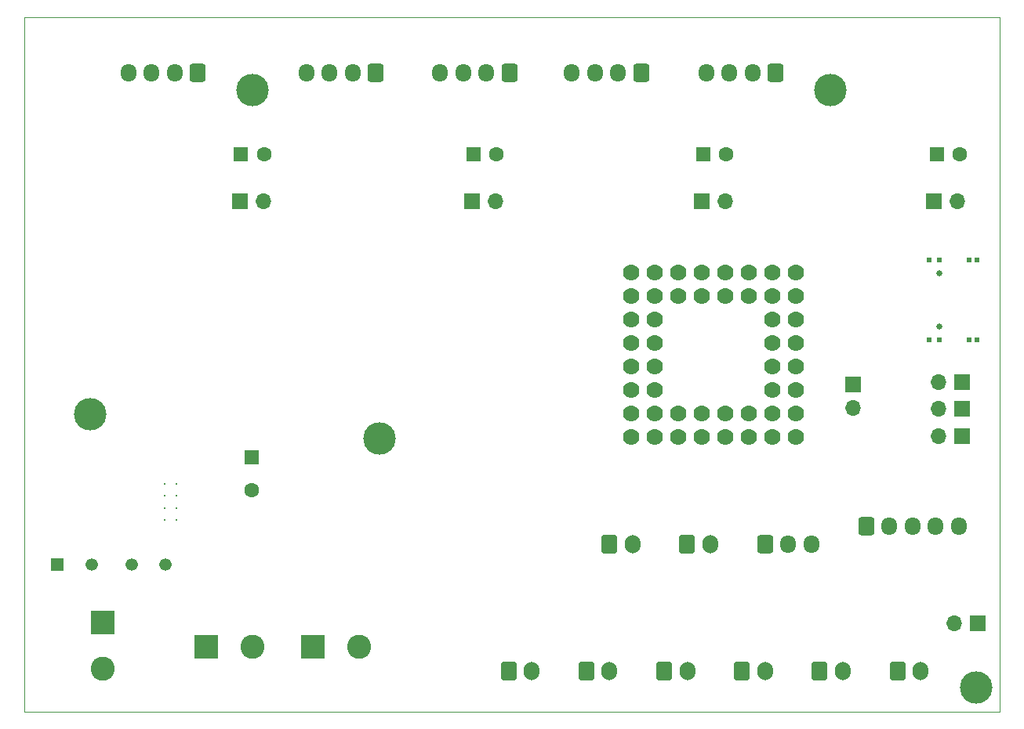
<source format=gbr>
%TF.GenerationSoftware,KiCad,Pcbnew,(6.0.6)*%
%TF.CreationDate,2022-09-20T00:44:41-05:00*%
%TF.ProjectId,rp2040-board,72703230-3430-42d6-926f-6172642e6b69,rev?*%
%TF.SameCoordinates,Original*%
%TF.FileFunction,Soldermask,Bot*%
%TF.FilePolarity,Negative*%
%FSLAX46Y46*%
G04 Gerber Fmt 4.6, Leading zero omitted, Abs format (unit mm)*
G04 Created by KiCad (PCBNEW (6.0.6)) date 2022-09-20 00:44:41*
%MOMM*%
%LPD*%
G01*
G04 APERTURE LIST*
G04 Aperture macros list*
%AMRoundRect*
0 Rectangle with rounded corners*
0 $1 Rounding radius*
0 $2 $3 $4 $5 $6 $7 $8 $9 X,Y pos of 4 corners*
0 Add a 4 corners polygon primitive as box body*
4,1,4,$2,$3,$4,$5,$6,$7,$8,$9,$2,$3,0*
0 Add four circle primitives for the rounded corners*
1,1,$1+$1,$2,$3*
1,1,$1+$1,$4,$5*
1,1,$1+$1,$6,$7*
1,1,$1+$1,$8,$9*
0 Add four rect primitives between the rounded corners*
20,1,$1+$1,$2,$3,$4,$5,0*
20,1,$1+$1,$4,$5,$6,$7,0*
20,1,$1+$1,$6,$7,$8,$9,0*
20,1,$1+$1,$8,$9,$2,$3,0*%
G04 Aperture macros list end*
%TA.AperFunction,Profile*%
%ADD10C,0.025400*%
%TD*%
%ADD11R,1.600000X1.600000*%
%ADD12C,1.600000*%
%ADD13C,0.609600*%
%ADD14C,0.660400*%
%ADD15C,0.300000*%
%ADD16R,1.700000X1.700000*%
%ADD17O,1.700000X1.700000*%
%ADD18RoundRect,0.250000X-0.600000X-0.750000X0.600000X-0.750000X0.600000X0.750000X-0.600000X0.750000X0*%
%ADD19O,1.700000X2.000000*%
%ADD20C,1.778000*%
%ADD21C,3.500000*%
%ADD22R,2.600000X2.600000*%
%ADD23C,2.600000*%
%ADD24RoundRect,0.250000X0.600000X0.725000X-0.600000X0.725000X-0.600000X-0.725000X0.600000X-0.725000X0*%
%ADD25O,1.700000X1.950000*%
%ADD26RoundRect,0.250000X-0.600000X-0.725000X0.600000X-0.725000X0.600000X0.725000X-0.600000X0.725000X0*%
%ADD27R,1.337000X1.337000*%
%ADD28C,1.337000*%
G04 APERTURE END LIST*
D10*
X97650000Y-63005200D02*
X97650000Y-138100000D01*
X202952600Y-63000000D02*
X97650000Y-63005200D01*
X202952600Y-138094800D02*
X202952600Y-63000000D01*
X97650000Y-138100000D02*
X202952600Y-138094800D01*
D11*
%TO.C,C11*%
X122150000Y-110647349D03*
D12*
X122150000Y-114147349D03*
%TD*%
D13*
%TO.C,J2*%
X199685500Y-97900000D03*
X200472900Y-97900000D03*
X195353100Y-89260000D03*
X199685500Y-89260000D03*
X200472900Y-89260000D03*
X196445300Y-97900002D03*
X195353100Y-97900002D03*
X196445300Y-89260000D03*
D14*
X196399199Y-96469999D03*
X196399199Y-90690001D03*
%TD*%
D15*
%TO.C,U2*%
X112760000Y-113500000D03*
X114060000Y-113500000D03*
X112760000Y-114800000D03*
X114060000Y-114800000D03*
X112760000Y-116100000D03*
X114060000Y-116100000D03*
X112760000Y-117400000D03*
X114060000Y-117400000D03*
%TD*%
D16*
%TO.C,J4*%
X198875000Y-102500000D03*
D17*
X196335000Y-102500000D03*
%TD*%
D18*
%TO.C,J9*%
X175121560Y-133744960D03*
D19*
X177621560Y-133744960D03*
%TD*%
D18*
%TO.C,J7*%
X183522080Y-133744800D03*
D19*
X186022080Y-133744800D03*
%TD*%
D20*
%TO.C,J3*%
X180940000Y-108440000D03*
X178400000Y-108440000D03*
X175860000Y-108440000D03*
X173320000Y-108440000D03*
X170780000Y-108440000D03*
X168240000Y-108440000D03*
X165700000Y-108440000D03*
X163160000Y-108440000D03*
X180940000Y-105900000D03*
X178400000Y-105900000D03*
X175860000Y-105900000D03*
X173320000Y-105900000D03*
X170780000Y-105900000D03*
X168240000Y-105900000D03*
X165700000Y-105900000D03*
X163160000Y-105900000D03*
X180940000Y-103360000D03*
X178400000Y-103360000D03*
X165700000Y-103360000D03*
X163160000Y-103360000D03*
X180940000Y-100820000D03*
X178400000Y-100820000D03*
X165700000Y-100820000D03*
X163160000Y-100820000D03*
X180940000Y-98280000D03*
X178400000Y-98280000D03*
X165700000Y-98280000D03*
X163160000Y-98280000D03*
X180940000Y-95740000D03*
X178400000Y-95740000D03*
X165700000Y-95740000D03*
X163160000Y-95740000D03*
X180940000Y-93200000D03*
X178400000Y-93200000D03*
X175860000Y-93200000D03*
X173320000Y-93200000D03*
X170780000Y-93200000D03*
X168240000Y-93200000D03*
X165700000Y-93200000D03*
X163160000Y-93200000D03*
X180940000Y-90660000D03*
X178400000Y-90660000D03*
X175860000Y-90660000D03*
X173320000Y-90660000D03*
X170780000Y-90660000D03*
X168240000Y-90660000D03*
X165700000Y-90660000D03*
X163160000Y-90660000D03*
%TD*%
D21*
%TO.C,REF\u002A\u002A*%
X104702600Y-105994800D03*
%TD*%
D16*
%TO.C,JP2*%
X120875000Y-82950000D03*
D17*
X123415000Y-82950000D03*
%TD*%
D22*
%TO.C,J14*%
X117305000Y-131100000D03*
D23*
X122305000Y-131100000D03*
%TD*%
D18*
%TO.C,J13*%
X169202600Y-120004800D03*
D19*
X171702600Y-120004800D03*
%TD*%
D11*
%TO.C,C45*%
X196140021Y-77873413D03*
D12*
X198640021Y-77873413D03*
%TD*%
D24*
%TO.C,J17*%
X116375000Y-69020000D03*
D25*
X113875000Y-69020000D03*
X111375000Y-69020000D03*
X108875000Y-69020000D03*
%TD*%
D11*
%TO.C,C31*%
X121017621Y-77875000D03*
D12*
X123517621Y-77875000D03*
%TD*%
D25*
%TO.C,J10*%
X182612600Y-120004900D03*
X180112600Y-120004900D03*
D26*
X177612600Y-120004900D03*
%TD*%
D16*
%TO.C,JP4*%
X195850000Y-82948413D03*
D17*
X198390000Y-82948413D03*
%TD*%
D21*
%TO.C,REF\u002A\u002A*%
X184677600Y-70944800D03*
%TD*%
D22*
%TO.C,J1*%
X106095000Y-128500000D03*
D23*
X106095000Y-133500000D03*
%TD*%
D18*
%TO.C,J6*%
X158320520Y-133744880D03*
D19*
X160820520Y-133744880D03*
%TD*%
D18*
%TO.C,J16*%
X191922600Y-133744840D03*
D19*
X194422600Y-133744840D03*
%TD*%
D18*
%TO.C,J11*%
X149920000Y-133745000D03*
D19*
X152420000Y-133745000D03*
%TD*%
D16*
%TO.C,J23*%
X198875000Y-108300000D03*
D17*
X196335000Y-108300000D03*
%TD*%
D27*
%TO.C,F2*%
X101200000Y-122200000D03*
D28*
X104900000Y-122200000D03*
X109200000Y-122200000D03*
X112900000Y-122200000D03*
%TD*%
D11*
%TO.C,C46*%
X170925000Y-77875000D03*
D12*
X173425000Y-77875000D03*
%TD*%
D24*
%TO.C,J20*%
X178775000Y-69020000D03*
D25*
X176275000Y-69020000D03*
X173775000Y-69020000D03*
X171275000Y-69020000D03*
%TD*%
D16*
%TO.C,JP6*%
X200575000Y-128600000D03*
D17*
X198035000Y-128600000D03*
%TD*%
D24*
%TO.C,J21*%
X164225000Y-69020000D03*
D25*
X161725000Y-69020000D03*
X159225000Y-69020000D03*
X156725000Y-69020000D03*
%TD*%
D21*
%TO.C,REF\u002A\u002A*%
X135977600Y-108594800D03*
%TD*%
%TO.C,REF\u002A\u002A*%
X200377600Y-135469800D03*
%TD*%
D18*
%TO.C,J8*%
X166721040Y-133744920D03*
D19*
X169221040Y-133744920D03*
%TD*%
D11*
%TO.C,C32*%
X146117621Y-77868413D03*
D12*
X148617621Y-77868413D03*
%TD*%
D16*
%TO.C,JP3*%
X145950000Y-82943413D03*
D17*
X148490000Y-82943413D03*
%TD*%
D22*
%TO.C,J15*%
X128805000Y-131100000D03*
D23*
X133805000Y-131100000D03*
%TD*%
D16*
%TO.C,JP5*%
X170775000Y-82950000D03*
D17*
X173315000Y-82950000D03*
%TD*%
D26*
%TO.C,J5*%
X188520000Y-118055000D03*
D25*
X191020000Y-118055000D03*
X193520000Y-118055000D03*
X196020000Y-118055000D03*
X198520000Y-118055000D03*
%TD*%
D16*
%TO.C,J22*%
X198875000Y-105400000D03*
D17*
X196335000Y-105400000D03*
%TD*%
D21*
%TO.C,REF\u002A\u002A*%
X122227600Y-70944800D03*
%TD*%
D24*
%TO.C,J19*%
X150025000Y-69020000D03*
D25*
X147525000Y-69020000D03*
X145025000Y-69020000D03*
X142525000Y-69020000D03*
%TD*%
D24*
%TO.C,J18*%
X135575000Y-69020000D03*
D25*
X133075000Y-69020000D03*
X130575000Y-69020000D03*
X128075000Y-69020000D03*
%TD*%
D16*
%TO.C,JP1*%
X187100000Y-102775000D03*
D17*
X187100000Y-105315000D03*
%TD*%
D18*
%TO.C,J12*%
X160800000Y-119975000D03*
D19*
X163300000Y-119975000D03*
%TD*%
M02*

</source>
